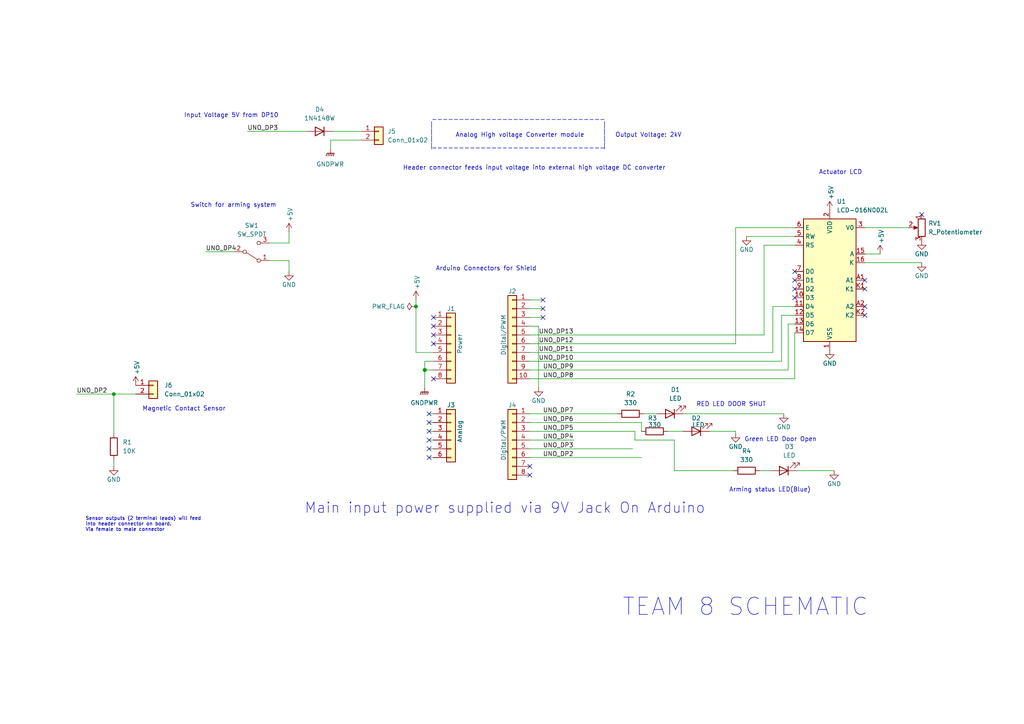
<source format=kicad_sch>
(kicad_sch (version 20211123) (generator eeschema)
  (paper "A4")
  (title_block (title "Stun Gun 411") (date "2022-11-14") (rev "03"))
  (lib_symbols
    (symbol "Connector_Generic:Conn_01x02" (pin_names (offset 1.016) hide)
      (property "Reference" "J" (at 0 2.54 0))
      (property "Value" "Conn_01x02" (at 0 -5.08 0))
      (symbol "Conn_01x02_1_1"
        (rectangle (start -1.27 -2.413) (end 0 -2.667) (stroke (width 0.1524)))
        (rectangle (start -1.27 0.127) (end 0 -0.127) (stroke (width 0.1524)))
        (rectangle (start -1.27 1.27) (end 1.27 -3.81) (stroke (width 0.254)) (fill (type background)))
        (pin passive line (at -5.08 0 0) (length 3.81) (name "Pin_1") (number "1"))
        (pin passive line (at -5.08 -2.54 0) (length 3.81) (name "Pin_2") (number "2"))
      )
    )
    (symbol "Connector_Generic:Conn_01x06" (pin_names (offset 1.016) hide)
      (property "Reference" "J" (at 0 7.62 0))
      (property "Value" "Conn_01x06" (at 0 -10.16 0))
      (symbol "Conn_01x06_1_1"
        (rectangle (start -1.27 -7.493) (end 0 -7.747) (stroke (width 0.1524)))
        (rectangle (start -1.27 -4.953) (end 0 -5.207) (stroke (width 0.1524)))
        (rectangle (start -1.27 -2.413) (end 0 -2.667) (stroke (width 0.1524)))
        (rectangle (start -1.27 0.127) (end 0 -0.127) (stroke (width 0.1524)))
        (rectangle (start -1.27 2.667) (end 0 2.413) (stroke (width 0.1524)))
        (rectangle (start -1.27 5.207) (end 0 4.953) (stroke (width 0.1524)))
        (rectangle (start -1.27 6.35) (end 1.27 -8.89) (stroke (width 0.254)) (fill (type background)))
        (pin passive line (at -5.08 5.08 0) (length 3.81) (name "Pin_1") (number "1"))
        (pin passive line (at -5.08 2.54 0) (length 3.81) (name "Pin_2") (number "2"))
        (pin passive line (at -5.08 0 0) (length 3.81) (name "Pin_3") (number "3"))
        (pin passive line (at -5.08 -2.54 0) (length 3.81) (name "Pin_4") (number "4"))
        (pin passive line (at -5.08 -5.08 0) (length 3.81) (name "Pin_5") (number "5"))
        (pin passive line (at -5.08 -7.62 0) (length 3.81) (name "Pin_6") (number "6"))
      )
    )
    (symbol "Connector_Generic:Conn_01x08" (pin_names (offset 1.016) hide)
      (property "Reference" "J" (at 0 10.16 0))
      (property "Value" "Conn_01x08" (at 0 -12.7 0))
      (symbol "Conn_01x08_1_1"
        (rectangle (start -1.27 -10.033) (end 0 -10.287) (stroke (width 0.1524)))
        (rectangle (start -1.27 -7.493) (end 0 -7.747) (stroke (width 0.1524)))
        (rectangle (start -1.27 -4.953) (end 0 -5.207) (stroke (width 0.1524)))
        (rectangle (start -1.27 -2.413) (end 0 -2.667) (stroke (width 0.1524)))
        (rectangle (start -1.27 0.127) (end 0 -0.127) (stroke (width 0.1524)))
        (rectangle (start -1.27 2.667) (end 0 2.413) (stroke (width 0.1524)))
        (rectangle (start -1.27 5.207) (end 0 4.953) (stroke (width 0.1524)))
        (rectangle (start -1.27 7.747) (end 0 7.493) (stroke (width 0.1524)))
        (rectangle (start -1.27 8.89) (end 1.27 -11.43) (stroke (width 0.254)) (fill (type background)))
        (pin passive line (at -5.08 7.62 0) (length 3.81) (name "Pin_1") (number "1"))
        (pin passive line (at -5.08 5.08 0) (length 3.81) (name "Pin_2") (number "2"))
        (pin passive line (at -5.08 2.54 0) (length 3.81) (name "Pin_3") (number "3"))
        (pin passive line (at -5.08 0 0) (length 3.81) (name "Pin_4") (number "4"))
        (pin passive line (at -5.08 -2.54 0) (length 3.81) (name "Pin_5") (number "5"))
        (pin passive line (at -5.08 -5.08 0) (length 3.81) (name "Pin_6") (number "6"))
        (pin passive line (at -5.08 -7.62 0) (length 3.81) (name "Pin_7") (number "7"))
        (pin passive line (at -5.08 -10.16 0) (length 3.81) (name "Pin_8") (number "8"))
      )
    )
    (symbol "Connector_Generic:Conn_01x10" (pin_names (offset 1.016) hide)
      (property "Reference" "J" (at 0 12.7 0))
      (property "Value" "Conn_01x10" (at 0 -15.24 0))
      (symbol "Conn_01x10_1_1"
        (rectangle (start -1.27 -12.573) (end 0 -12.827) (stroke (width 0.1524)))
        (rectangle (start -1.27 -10.033) (end 0 -10.287) (stroke (width 0.1524)))
        (rectangle (start -1.27 -7.493) (end 0 -7.747) (stroke (width 0.1524)))
        (rectangle (start -1.27 -4.953) (end 0 -5.207) (stroke (width 0.1524)))
        (rectangle (start -1.27 -2.413) (end 0 -2.667) (stroke (width 0.1524)))
        (rectangle (start -1.27 0.127) (end 0 -0.127) (stroke (width 0.1524)))
        (rectangle (start -1.27 2.667) (end 0 2.413) (stroke (width 0.1524)))
        (rectangle (start -1.27 5.207) (end 0 4.953) (stroke (width 0.1524)))
        (rectangle (start -1.27 7.747) (end 0 7.493) (stroke (width 0.1524)))
        (rectangle (start -1.27 10.287) (end 0 10.033) (stroke (width 0.1524)))
        (rectangle (start -1.27 11.43) (end 1.27 -13.97) (stroke (width 0.254)) (fill (type background)))
        (pin passive line (at -5.08 10.16 0) (length 3.81) (name "Pin_1") (number "1"))
        (pin passive line (at -5.08 -12.7 0) (length 3.81) (name "Pin_10") (number "10"))
        (pin passive line (at -5.08 7.62 0) (length 3.81) (name "Pin_2") (number "2"))
        (pin passive line (at -5.08 5.08 0) (length 3.81) (name "Pin_3") (number "3"))
        (pin passive line (at -5.08 2.54 0) (length 3.81) (name "Pin_4") (number "4"))
        (pin passive line (at -5.08 0 0) (length 3.81) (name "Pin_5") (number "5"))
        (pin passive line (at -5.08 -2.54 0) (length 3.81) (name "Pin_6") (number "6"))
        (pin passive line (at -5.08 -5.08 0) (length 3.81) (name "Pin_7") (number "7"))
        (pin passive line (at -5.08 -7.62 0) (length 3.81) (name "Pin_8") (number "8"))
        (pin passive line (at -5.08 -10.16 0) (length 3.81) (name "Pin_9") (number "9"))
      )
    )
    (symbol "Device:LED" (pin_numbers hide) (pin_names (offset 1.016) hide)
      (property "Reference" "D" (at 0 2.54 0))
      (property "Value" "LED" (at 0 -2.54 0))
      (symbol "LED_0_1"
        (polyline (pts (xy -1.27 -1.27) (xy -1.27 1.27)) (stroke (width 0.254)))
        (polyline (pts (xy -1.27 0) (xy 1.27 0)))
        (polyline (pts (xy 1.27 -1.27) (xy 1.27 1.27) (xy -1.27 0) (xy 1.27 -1.27)) (stroke (width 0.254)))
        (polyline (pts (xy -3.048 -0.762) (xy -4.572 -2.286) (xy -3.81 -2.286) (xy -4.572 -2.286) (xy -4.572 -1.524)))
        (polyline (pts (xy -1.778 -0.762) (xy -3.302 -2.286) (xy -2.54 -2.286) (xy -3.302 -2.286) (xy -3.302 -1.524)))
      )
      (symbol "LED_1_1"
        (pin passive line (at -3.81 0 0) (length 2.54) (name "K") (number "1"))
        (pin passive line (at 3.81 0 180) (length 2.54) (name "A") (number "2"))
      )
    )
    (symbol "Device:R" (pin_numbers hide) (pin_names (offset 0))
      (property "Reference" "R" (at 2.032 0 90))
      (property "Value" "R" (at 0 0 90))
      (symbol "R_0_1"
        (rectangle (start -1.016 -2.54) (end 1.016 2.54) (stroke (width 0.254)))
      )
      (symbol "R_1_1"
        (pin passive line (at 0 3.81 270) (length 1.27) (name "~") (number "1"))
        (pin passive line (at 0 -3.81 90) (length 1.27) (name "~") (number "2"))
      )
    )
    (symbol "Device:R_Potentiometer" (pin_names (offset 1.016) hide)
      (property "Reference" "RV" (at -4.445 0 90))
      (property "Value" "R_Potentiometer" (at -2.54 0 90))
      (symbol "R_Potentiometer_0_1"
        (polyline (pts (xy 2.54 0) (xy 1.524 0)))
        (polyline (pts (xy 1.143 0) (xy 2.286 0.508) (xy 2.286 -0.508) (xy 1.143 0)) (fill (type outline)))
        (rectangle (start 1.016 2.54) (end -1.016 -2.54) (stroke (width 0.254)))
      )
      (symbol "R_Potentiometer_1_1"
        (pin passive line (at 0 3.81 270) (length 1.27) (name "1") (number "1"))
        (pin passive line (at 3.81 0 180) (length 1.27) (name "2") (number "2"))
        (pin passive line (at 0 -3.81 90) (length 1.27) (name "3") (number "3"))
      )
    )
    (symbol "Diode:1N4148W" (pin_numbers hide) (pin_names hide)
      (property "Reference" "D" (at 0 2.54 0))
      (property "Value" "1N4148W" (at 0 -2.54 0))
      (symbol "1N4148W_0_1"
        (polyline (pts (xy -1.27 1.27) (xy -1.27 -1.27)) (stroke (width 0.254)))
        (polyline (pts (xy 1.27 0) (xy -1.27 0)))
        (polyline (pts (xy 1.27 1.27) (xy 1.27 -1.27) (xy -1.27 0) (xy 1.27 1.27)) (stroke (width 0.254)))
      )
      (symbol "1N4148W_1_1"
        (pin passive line (at -3.81 0 0) (length 2.54) (name "K") (number "1"))
        (pin passive line (at 3.81 0 180) (length 2.54) (name "A") (number "2"))
      )
    )
    (symbol "Display_Character:LCD-016N002L"
      (property "Reference" "U1" (at 2.0194 22.86 0))
      (property "Value" "LCD-016N002L" (at 2.0194 20.32 0))
      (symbol "LCD-016N002L_1_1"
        (rectangle (start -7.62 17.78) (end 7.62 -17.78) (stroke (width 0.254)) (fill (type background)))
        (pin power_in line (at 0 -20.32 90) (length 2.54) (name "VSS") (number "1"))
        (pin bidirectional line (at -10.16 -5.08 0) (length 2.54) (name "D3") (number "10"))
        (pin bidirectional line (at -10.16 -7.62 0) (length 2.54) (name "D4") (number "11"))
        (pin bidirectional line (at -10.16 -10.16 0) (length 2.54) (name "D5") (number "12"))
        (pin bidirectional line (at -10.16 -12.7 0) (length 2.54) (name "D6") (number "13"))
        (pin bidirectional line (at -10.16 -15.24 0) (length 2.54) (name "D7") (number "14"))
        (pin power_in line (at 10.16 7.62 180) (length 2.54) (name "A") (number "15"))
        (pin power_in line (at 10.16 5.08 180) (length 2.54) (name "K") (number "16"))
        (pin power_in line (at 0 20.32 270) (length 2.54) (name "VDD") (number "2"))
        (pin input line (at 10.16 15.24 180) (length 2.54) (name "V0") (number "3"))
        (pin input line (at -10.16 10.16 0) (length 2.54) (name "RS") (number "4"))
        (pin input line (at -10.16 12.7 0) (length 2.54) (name "RW") (number "5"))
        (pin input line (at -10.16 15.24 0) (length 2.54) (name "E") (number "6"))
        (pin bidirectional line (at -10.16 2.54 0) (length 2.54) (name "D0") (number "7"))
        (pin bidirectional line (at -10.16 0 0) (length 2.54) (name "D1") (number "8"))
        (pin bidirectional line (at -10.16 -2.54 0) (length 2.54) (name "D2") (number "9"))
        (pin power_in line (at 10.16 0 180) (length 2.54) (name "A1") (number "A1"))
        (pin power_in line (at 10.16 -7.62 180) (length 2.54) (name "A2") (number "A2"))
        (pin power_in line (at 10.16 -2.54 180) (length 2.54) (name "K1") (number "K1"))
        (pin power_in line (at 10.16 -10.16 180) (length 2.54) (name "K2") (number "K2"))
      )
    )
    (symbol "Switch:SW_SPDT" (pin_names (offset 0) hide)
      (property "Reference" "SW" (at 0 4.318 0))
      (property "Value" "SW_SPDT" (at 0 -5.08 0))
      (symbol "SW_SPDT_0_0"
        (circle (center -2.032 0) (radius 0.508))
        (circle (center 2.032 -2.54) (radius 0.508))
      )
      (symbol "SW_SPDT_0_1"
        (polyline (pts (xy -1.524 0.254) (xy 1.651 2.286)))
        (circle (center 2.032 2.54) (radius 0.508))
      )
      (symbol "SW_SPDT_1_1"
        (pin passive line (at 5.08 2.54 180) (length 2.54) (name "A") (number "1"))
        (pin passive line (at -5.08 0 0) (length 2.54) (name "B") (number "2"))
        (pin passive line (at 5.08 -2.54 180) (length 2.54) (name "C") (number "3"))
      )
    )
    (symbol "power:+5V" (power) (pin_names (offset 0))
      (property "Value" "+5V" (at 0 3.556 0))
      (symbol "+5V_0_1"
        (polyline (pts (xy -0.762 1.27) (xy 0 2.54)))
        (polyline (pts (xy 0 0) (xy 0 2.54)))
        (polyline (pts (xy 0 2.54) (xy 0.762 1.27)))
      )
      (symbol "+5V_1_1"
        (pin power_in line (at 0 0 90) (length 0) hide (name "+5V") (number "1"))
      )
    )
    (symbol "power:GND" (power) (pin_names (offset 0))
      (property "Value" "GND" (at 0 -3.81 0))
      (symbol "GND_0_1"
        (polyline (pts (xy 0 0) (xy 0 -1.27) (xy 1.27 -1.27) (xy 0 -2.54) (xy -1.27 -1.27) (xy 0 -1.27)))
      )
      (symbol "GND_1_1"
        (pin power_in line (at 0 0 270) (length 0) hide (name "GND") (number "1"))
      )
    )
    (symbol "power:GNDPWR" (power) (pin_names (offset 0))
      (property "Value" "GNDPWR" (at 0 -3.302 0))
      (symbol "GNDPWR_0_1"
        (polyline (pts (xy 0 -1.27) (xy 0 0)))
        (polyline (pts (xy -1.016 -1.27) (xy -1.27 -2.032) (xy -1.27 -2.032)) (stroke (width 0.2032)))
        (polyline (pts (xy -0.508 -1.27) (xy -0.762 -2.032) (xy -0.762 -2.032)) (stroke (width 0.2032)))
        (polyline (pts (xy 0 -1.27) (xy -0.254 -2.032) (xy -0.254 -2.032)) (stroke (width 0.2032)))
        (polyline (pts (xy 0.508 -1.27) (xy 0.254 -2.032) (xy 0.254 -2.032)) (stroke (width 0.2032)))
        (polyline (pts (xy 1.016 -1.27) (xy -1.016 -1.27) (xy -1.016 -1.27)) (stroke (width 0.2032)))
        (polyline (pts (xy 1.016 -1.27) (xy 0.762 -2.032) (xy 0.762 -2.032) (xy 0.762 -2.032)) (stroke (width 0.2032)))
      )
      (symbol "GNDPWR_1_1"
        (pin power_in line (at 0 0 270) (length 0) hide (name "GNDPWR") (number "1"))
      )
    )
    (symbol "power:PWR_FLAG" (power) (pin_numbers hide) (pin_names (offset 0) hide)
      (property "Value" "PWR_FLAG" (at 0 3.81 0))
      (symbol "PWR_FLAG_0_0"
        (pin power_out line (at 0 0 90) (length 0) (name "pwr") (number "1"))
      )
      (symbol "PWR_FLAG_0_1"
        (polyline (pts (xy 0 0) (xy 0 1.27) (xy -1.016 1.905) (xy 0 2.54) (xy 1.016 1.905) (xy 0 1.27)))
      )
    )
  )
  (junction (at 120.65 88.9))
  (junction (at 123.19 107.315) (diameter 1.016))
  (junction (at 33.02 114.3))
  (no_connect (at 267.335 62.23))
  (no_connect (at 125.73 94.615))
  (no_connect (at 125.73 109.855))
  (no_connect (at 124.46 122.555))
  (no_connect (at 157.48 86.995))
  (no_connect (at 157.48 92.075))
  (no_connect (at 153.67 137.795))
  (no_connect (at 124.46 132.715))
  (no_connect (at 230.505 81.28))
  (no_connect (at 230.505 83.82))
  (no_connect (at 230.505 86.36))
  (no_connect (at 230.505 78.74))
  (no_connect (at 250.825 81.28))
  (no_connect (at 250.825 83.82))
  (no_connect (at 250.825 88.9))
  (no_connect (at 250.825 91.44))
  (no_connect (at 125.73 97.155))
  (no_connect (at 124.46 120.015))
  (no_connect (at 153.67 135.255))
  (no_connect (at 124.46 130.175))
  (no_connect (at 125.73 99.695))
  (no_connect (at 125.73 92.075))
  (no_connect (at 124.46 125.095))
  (no_connect (at 157.48 89.535))
  (no_connect (at 124.46 127.635))
  (wire (pts (xy 83.82 70.485) (xy 83.82 67.31)))
  (wire (pts (xy 153.67 104.775) (xy 226.695 104.775)))
  (wire (pts (xy 267.335 76.2) (xy 250.825 76.2)))
  (wire (pts (xy 123.19 104.775) (xy 123.19 107.315)))
  (wire (pts (xy 33.02 114.3) (xy 33.02 125.73)))
  (wire (pts (xy 124.46 132.715) (xy 125.73 132.715)))
  (wire (pts (xy 221.615 71.12) (xy 221.615 97.155)))
  (wire (pts (xy 226.695 91.44) (xy 230.505 91.44)))
  (wire (pts (xy 184.15 125.095) (xy 184.15 127.635)))
  (wire (pts (xy 123.19 107.315) (xy 123.19 112.395)))
  (wire (pts (xy 33.02 133.35) (xy 33.02 135.255)))
  (wire (pts (xy 228.6 107.315) (xy 228.6 93.98)))
  (wire (pts (xy 250.825 66.04) (xy 263.525 66.04)))
  (wire (pts (xy 120.65 102.235) (xy 125.73 102.235)))
  (wire (pts (xy 104.775 40.64) (xy 95.885 40.64)))
  (wire (pts (xy 120.65 86.995) (xy 120.65 88.9)))
  (wire (pts (xy 228.6 93.98) (xy 230.505 93.98)))
  (wire (pts (xy 153.67 97.155) (xy 221.615 97.155)))
  (wire (pts (xy 153.67 120.015) (xy 179.07 120.015)))
  (wire (pts (xy 193.675 125.095) (xy 198.12 125.095)))
  (wire (pts (xy 125.73 120.015) (xy 124.46 120.015)))
  (wire (pts (xy 153.67 99.695) (xy 213.36 99.695)))
  (wire (pts (xy 213.36 125.095) (xy 213.36 125.73)))
  (wire (pts (xy 231.14 136.525) (xy 241.935 136.525)))
  (wire (pts (xy 195.58 136.525) (xy 212.725 136.525)))
  (wire (pts (xy 153.67 122.555) (xy 186.055 122.555)))
  (wire (pts (xy 221.615 71.12) (xy 230.505 71.12)))
  (wire (pts (xy 153.67 127.635) (xy 166.37 127.635)))
  (wire (pts (xy 95.885 40.64) (xy 95.885 43.18)))
  (wire (pts (xy 156.21 94.615) (xy 156.21 112.395)))
  (wire (pts (xy 153.67 89.535) (xy 157.48 89.535)))
  (wire (pts (xy 216.535 68.58) (xy 230.505 68.58)))
  (wire (pts (xy 83.82 75.565) (xy 83.82 78.74)))
  (wire (pts (xy 153.67 92.075) (xy 157.48 92.075)))
  (wire (pts (xy 78.105 75.565) (xy 83.82 75.565)))
  (wire (pts (xy 198.12 120.015) (xy 227.33 120.015)))
  (wire (pts (xy 125.73 125.095) (xy 124.46 125.095)))
  (wire (pts (xy 186.055 122.555) (xy 186.055 125.095)))
  (wire (pts (xy 153.67 86.995) (xy 157.48 86.995)))
  (wire (pts (xy 125.73 107.315) (xy 123.19 107.315)))
  (wire (pts (xy 224.155 102.235) (xy 224.155 88.9)))
  (wire (pts (xy 224.155 88.9) (xy 230.505 88.9)))
  (wire (pts (xy 255.27 73.66) (xy 250.825 73.66)))
  (wire (pts (xy 153.67 109.855) (xy 230.505 109.855)))
  (wire (pts (xy 124.46 122.555) (xy 125.73 122.555)))
  (wire (pts (xy 195.58 127.635) (xy 195.58 136.525)))
  (wire (pts (xy 184.15 127.635) (xy 195.58 127.635)))
  (wire (pts (xy 59.69 73.025) (xy 67.945 73.025)))
  (wire (pts (xy 153.67 94.615) (xy 156.21 94.615)))
  (wire (pts (xy 153.67 125.095) (xy 184.15 125.095)))
  (wire (pts (xy 125.73 104.775) (xy 123.19 104.775)))
  (wire (pts (xy 120.65 88.9) (xy 120.65 102.235)))
  (wire (pts (xy 213.36 66.04) (xy 213.36 99.695)))
  (wire (pts (xy 153.67 102.235) (xy 224.155 102.235)))
  (wire (pts (xy 78.105 70.485) (xy 83.82 70.485)))
  (wire (pts (xy 33.02 114.3) (xy 39.37 114.3)))
  (wire (pts (xy 205.74 125.095) (xy 213.36 125.095)))
  (wire (pts (xy 71.755 38.1) (xy 88.9 38.1)))
  (wire (pts (xy 186.69 120.015) (xy 190.5 120.015)))
  (wire (pts (xy 220.345 136.525) (xy 223.52 136.525)))
  (wire (pts (xy 124.46 127.635) (xy 125.73 127.635)))
  (wire (pts (xy 230.505 109.855) (xy 230.505 96.52)))
  (wire (pts (xy 96.52 38.1) (xy 104.775 38.1)))
  (wire (pts (xy 213.36 66.04) (xy 230.505 66.04)))
  (wire (pts (xy 153.67 132.715) (xy 186.055 132.715)))
  (wire (pts (xy 226.695 104.775) (xy 226.695 91.44)))
  (wire (pts (xy 153.67 130.175) (xy 183.515 130.175)))
  (wire (pts (xy 22.225 114.3) (xy 33.02 114.3)))
  (wire (pts (xy 153.67 107.315) (xy 228.6 107.315)))
  (wire (pts (xy 125.73 130.175) (xy 124.46 130.175)))
  (text "Main input power supplied via 9V Jack On Arduino" (at 88.265 149.225 0) (effects (font (size 3 3)) (justify left bottom)))
  (text "RED LED DOOR SHUT" (at 201.93 118.11 0) (effects (font (size 1.27 1.27)) (justify left bottom)))
  (text "Input Voltage 5V from DP10" (at 53.34 34.29 0) (effects (font (size 1.27 1.27)) (justify left bottom)))
  (text "Green LED Door Open\n" (at 215.9 128.27 0) (effects (font (size 1.27 1.27)) (justify left bottom)))
  (text "Arduino Connectors for Shield\n" (at 126.365 78.74 0) (effects (font (size 1.27 1.27)) (justify left bottom)))
  (text "|\n|\n|\n|\n" (at 124.46 43.18 0) (effects (font (size 1.27 1.27)) (justify left bottom)))
  (text "Arming status LED(Blue)" (at 211.455 142.875 0) (effects (font (size 1.27 1.27)) (justify left bottom)))
  (text "Output Voltage: 2kV" (at 178.435 40.005 0) (effects (font (size 1.27 1.27)) (justify left bottom)))
  (text "|\n|\n|\n|\n" (at 174.625 43.18 0) (effects (font (size 1.27 1.27)) (justify left bottom)))
  (text "Header connector feeds input voltage into external high voltage DC converter" (at 116.84 49.53 0) (effects (font (size 1.27 1.27)) (justify left bottom)))
  (text "Actuator LCD" (at 237.49 50.8 0) (effects (font (size 1.27 1.27)) (justify left bottom)))
  (text "Analog High voltage Converter module\n" (at 132.08 40.005 0) (effects (font (size 1.27 1.27)) (justify left bottom)))
  (text "Switch for arming system" (at 55.245 60.325 0) (effects (font (size 1.27 1.27)) (justify left bottom)))
  (text "--------------------------------" (at 125.095 35.56 0) (effects (font (size 1.27 1.27)) (justify left bottom)))
  (text "Sensor outputs (2 terminal leads) will feed \ninto header connector on board.\nVia female to male connector" (at 24.765 154.305 0) (effects (font (size 1 1)) (justify left bottom)))
  (text "Magnetic Contact Sensor" (at 41.275 119.38 0) (effects (font (size 1.27 1.27)) (justify left bottom)))
  (text "TEAM 8 SCHEMATIC" (at 180.34 179.07 0) (effects (font (size 5 5)) (justify left bottom)))
  (text "\n" (at 219.71 194.31 0) (effects (font (size 1.27 1.27)) (justify left bottom)))
  (text "--------------------------------" (at 125.095 43.815 0) (effects (font (size 1.27 1.27)) (justify left bottom)))
  (label "UNO_DP4" (at 59.69 73.025 0))
  (label "UNO_DP3" (at 71.755 38.1 0))
  (label "UNO_DP4" (at 166.37 127.635 180))
  (label "UNO_DP2" (at 166.37 132.715 180))
  (label "UNO_DP13" (at 166.37 97.155 180))
  (label "UNO_DP12" (at 166.37 99.695 180))
  (label "UNO_DP10" (at 166.37 104.775 180))
  (label "UNO_DP7" (at 166.37 120.015 180))
  (label "UNO_DP8" (at 166.37 109.855 180))
  (label "UNO_DP11" (at 166.37 102.235 180))
  (label "UNO_DP3" (at 166.37 130.175 180))
  (label "UNO_DP6" (at 166.37 122.555 180))
  (label "UNO_DP9" (at 166.37 107.315 180))
  (label "UNO_DP5" (at 166.37 125.095 180))
  (label "UNO_DP2" (at 22.225 114.3 0))
  (symbol (lib_id "Connector_Generic:Conn_01x08") (at 130.81 99.695 0) (unit 1)
    (property "Reference" "J1" (at 130.81 89.535 0))
    (property "Value" "Power" (at 133.35 99.695 90))
    (property "Footprint" "Connector_PinSocket_2.54mm:PinSocket_1x08_P2.54mm_Vertical" (effects hide))
  )
  (symbol (lib_id "power:+5V") (at 120.65 86.995 0) (unit 1)
    (property "Reference" "#PWR02" (effects hide))
    (property "Value" "+5V" (at 121.0056 83.947 90) (effects (justify left)))
  )
  (symbol (lib_id "Connector_Generic:Conn_01x10") (at 148.59 97.155 0) (mirror y) (unit 1)
    (property "Reference" "J2" (at 148.59 84.455 0))
    (property "Value" "Digital/PWM" (at 146.05 97.155 90))
    (property "Footprint" "Connector_PinSocket_2.54mm:PinSocket_1x10_P2.54mm_Vertical" (effects hide))
  )
  (symbol (lib_id "power:GND") (at 156.21 112.395 0) (unit 1)
    (property "Reference" "#PWR05" (effects hide))
    (property "Value" "GND" (at 156.21 116.205 0))
  )
  (symbol (lib_id "Connector_Generic:Conn_01x06") (at 130.81 125.095 0) (unit 1) (in_bom no) (on_board no)
    (property "Reference" "J3" (at 130.81 117.475 0))
    (property "Value" "Analog" (at 133.35 125.095 90))
    (property "Footprint" "Connector_PinSocket_2.54mm:PinSocket_1x06_P2.54mm_Vertical" (effects hide))
  )
  (symbol (lib_id "Connector_Generic:Conn_01x08") (at 148.59 127.635 0) (mirror y) (unit 1)
    (property "Reference" "J4" (at 148.59 117.475 0))
    (property "Value" "Digital/PWM" (at 146.05 127.635 90))
    (property "Footprint" "Connector_PinSocket_2.54mm:PinSocket_1x08_P2.54mm_Vertical" (effects hide))
  )
  (symbol (lib_id "power:GND") (at 227.33 120.015 0) (unit 1)
    (property "Reference" "#PWR0111" (effects hide))
    (property "Value" "GND" (at 227.33 123.825 0))
  )
  (symbol (lib_id "Device:R") (at 189.865 125.095 90) (unit 1)
    (property "Reference" "R3" (at 189.23 121.285 90))
    (property "Value" "330" (at 189.865 123.19 90))
    (property "Footprint" "Resistor_SMD:R_0805_2012Metric" (effects hide))
  )
  (symbol (lib_id "power:PWR_FLAG") (at 120.65 88.9 90) (unit 1) (on_board no)
    (property "Reference" "#FLG0101" (effects hide))
    (property "Value" "PWR_FLAG" (at 117.475 88.8999 90) (effects (justify left)))
  )
  (symbol (lib_id "power:+5V") (at 39.37 111.76 0) (unit 1)
    (property "Reference" "#PWR0108" (effects hide))
    (property "Value" "+5V" (at 39.7256 108.712 90) (effects (justify left)))
  )
  (symbol (lib_id "Device:R_Potentiometer") (at 267.335 66.04 0) (mirror y) (unit 1)
    (property "Reference" "RV1" (at 269.24 64.7699 0) (effects (justify right)))
    (property "Value" "R_Potentiometer" (at 269.24 67.3099 0) (effects (justify right)))
    (property "Footprint" "trimmer:TRIM_3362P-1-505LF" (effects hide))
  )
  (symbol (lib_id "Diode:1N4148W") (at 92.71 38.1 180) (unit 1)
    (property "Reference" "D4" (at 92.71 31.75 0))
    (property "Value" "1N4148W" (at 92.71 34.29 0))
    (property "Footprint" "Diode_SMD:D_SOD-123" (effects hide))
    (property "Datasheet" "https://www.vishay.com/docs/85748/1n4148w.pdf" (effects hide))
  )
  (symbol (lib_id "power:GND") (at 33.02 135.255 0) (unit 1)
    (property "Reference" "#PWR0102" (effects hide))
    (property "Value" "GND" (at 33.02 139.065 0))
  )
  (symbol (lib_id "power:GND") (at 267.335 69.85 0) (unit 1)
    (property "Reference" "#PWR0103" (effects hide))
    (property "Value" "GND" (at 267.335 73.66 0))
  )
  (symbol (lib_id "Device:LED") (at 194.31 120.015 180) (unit 1)
    (property "Reference" "D1" (at 195.8975 113.03 0))
    (property "Value" "LED" (at 195.8975 115.57 0))
    (property "Footprint" "LED_THT:LED_D3.0mm" (effects hide))
  )
  (symbol (lib_id "Connector_Generic:Conn_01x02") (at 109.855 38.1 0) (unit 1)
    (property "Reference" "J5" (at 112.395 38.0999 0) (effects (justify left)))
    (property "Value" "Conn_01x02" (at 112.395 40.6399 0) (effects (justify left)))
    (property "Footprint" "Connector_PinHeader_2.54mm:PinHeader_1x02_P2.54mm_Vertical" (effects hide))
  )
  (symbol (lib_id "power:GNDPWR") (at 95.885 43.18 0) (unit 1)
    (property "Reference" "#PWR0115" (effects hide))
    (property "Value" "GNDPWR" (at 95.758 47.625 0))
  )
  (symbol (lib_id "Device:R") (at 216.535 136.525 90) (unit 1)
    (property "Reference" "R4" (at 216.535 130.81 90))
    (property "Value" "330" (at 216.535 133.35 90))
    (property "Footprint" "Resistor_SMD:R_0805_2012Metric" (effects hide))
  )
  (symbol (lib_id "power:GNDPWR") (at 123.19 112.395 0) (unit 1)
    (property "Reference" "#PWR0113" (effects hide))
    (property "Value" "GNDPWR" (at 123.063 116.84 0))
  )
  (symbol (lib_id "power:GND") (at 216.535 68.58 0) (unit 1)
    (property "Reference" "#PWR0107" (effects hide))
    (property "Value" "GND" (at 216.535 72.39 0))
  )
  (symbol (lib_id "power:+5V") (at 83.82 67.31 0) (unit 1)
    (property "Reference" "#PWR0112" (effects hide))
    (property "Value" "+5V" (at 84.1756 64.262 90) (effects (justify left)))
  )
  (symbol (lib_id "Device:LED") (at 201.93 125.095 180) (unit 1)
    (property "Reference" "D2" (at 201.93 121.285 0))
    (property "Value" "LED" (at 202.565 123.19 0))
    (property "Footprint" "LED_THT:LED_D3.0mm" (effects hide))
  )
  (symbol (lib_id "power:GND") (at 241.935 136.525 0) (unit 1)
    (property "Reference" "#PWR0114" (effects hide))
    (property "Value" "GND" (at 241.935 140.335 0))
  )
  (symbol (lib_id "power:+5V") (at 255.27 73.66 0) (unit 1)
    (property "Reference" "#PWR0101" (effects hide))
    (property "Value" "+5V" (at 255.6256 70.612 90) (effects (justify left)))
  )
  (symbol (lib_id "power:GND") (at 213.36 125.73 0) (unit 1)
    (property "Reference" "#PWR0110" (effects hide))
    (property "Value" "GND" (at 213.36 129.54 0))
  )
  (symbol (lib_id "Connector_Generic:Conn_01x02") (at 44.45 111.76 0) (unit 1)
    (property "Reference" "J6" (at 47.625 111.7599 0) (effects (justify left)))
    (property "Value" "Conn_01x02" (at 47.625 114.2999 0) (effects (justify left)))
    (property "Footprint" "Connector_PinHeader_2.54mm:PinHeader_1x02_P2.54mm_Vertical" (effects hide))
  )
  (symbol (lib_id "Device:LED") (at 227.33 136.525 180) (unit 1)
    (property "Reference" "D3" (at 228.9175 129.54 0))
    (property "Value" "LED" (at 228.9175 132.08 0))
    (property "Footprint" "LED_THT:LED_D3.0mm" (effects hide))
  )
  (symbol (lib_id "power:GND") (at 83.82 78.74 0) (unit 1)
    (property "Reference" "#PWR0109" (effects hide))
    (property "Value" "GND" (at 83.82 82.55 0))
  )
  (symbol (lib_id "Switch:SW_SPDT") (at 73.025 73.025 0) (mirror x) (unit 1)
    (property "Reference" "SW1" (at 73.025 65.405 0))
    (property "Value" "SW_SPDT" (at 73.025 67.945 0))
    (property "Footprint" "slideswitch:EG1218" (effects hide))
  )
  (symbol (lib_id "Device:R") (at 33.02 129.54 0) (unit 1)
    (property "Reference" "R1" (at 35.56 128.2699 0) (effects (justify left)))
    (property "Value" "10K" (at 35.56 130.8099 0) (effects (justify left)))
    (property "Footprint" "Resistor_SMD:R_0805_2012Metric" (effects hide))
  )
  (symbol (lib_id "power:GND") (at 267.335 76.2 0) (unit 1)
    (property "Reference" "#PWR0106" (effects hide))
    (property "Value" "GND" (at 267.335 80.01 0))
  )
  (symbol (lib_id "power:GND") (at 240.665 101.6 0) (unit 1)
    (property "Reference" "#PWR0105" (effects hide))
    (property "Value" "GND" (at 240.665 105.41 0))
  )
  (symbol (lib_id "Display_Character:LCD-016N002L") (at 240.665 81.28 0) (unit 1)
    (property "Reference" "U1" (at 242.6844 58.42 0) (effects (justify left)))
    (property "Value" "LCD-016N002L" (at 242.6844 60.96 0) (effects (justify left)))
    (property "Footprint" "Display:LCD-016N002L" (effects hide))
    (property "Datasheet" "http://www.vishay.com/docs/37299/37299.pdf" (effects hide))
  )
  (symbol (lib_id "power:+5V") (at 240.665 60.96 0) (unit 1)
    (property "Reference" "#PWR0104" (effects hide))
    (property "Value" "+5V" (at 241.0206 57.912 90) (effects (justify left)))
  )
  (symbol (lib_id "Device:R") (at 182.88 120.015 90) (unit 1)
    (property "Reference" "R2" (at 182.88 114.3 90))
    (property "Value" "330" (at 182.88 116.84 90))
    (property "Footprint" "Resistor_SMD:R_0805_2012Metric" (effects hide))
  )
)
</source>
